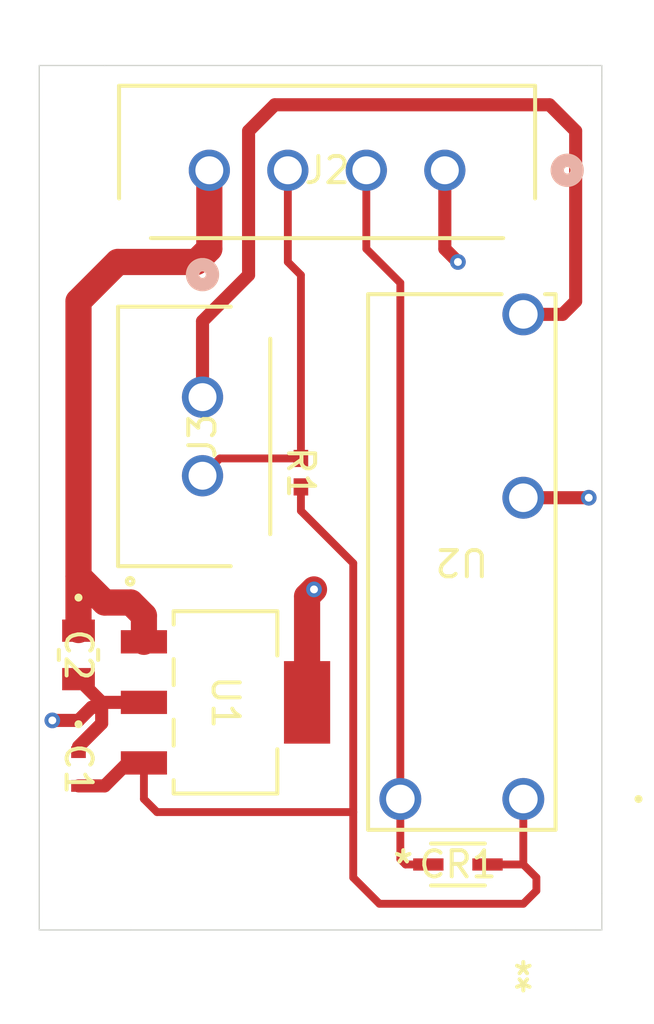
<source format=kicad_pcb>
(kicad_pcb (version 20241229) (generator "pcbnew") (generator_version "9.0")
  (layers (0 "F.Cu" signal) (2 "B.Cu" signal) (13 "F.Paste" user) (15 "B.Paste" user) (5 "F.SilkS" user "F.Silkscreen") (7 "B.SilkS" user "B.Silkscreen") (1 "F.Mask" user) (3 "B.Mask" user) (25 "Edge.Cuts" user))
  (net 0 "")
  (net 1 "GND")
  (net 2 "+5V")
  (net 3 "+12V")
  (net 4 "/FAN_ENABLE")
  (net 5 "/FAN_GND")
  (net 6 "/FAN_PWM")
  (footprint "ul_CRCW040210K0FKED:RES_CRCW_0402" (layer "F.Cu") (at 236.5 54.5433 -90)
    (property "Reference" "R1" (at 0 0 270) (layer "F.SilkS"))
    (property "Value" "CRCW040210K0FKED")
    (pad "1" smd rect (at -0.5433 0 270) (size 0.6548 0.5588) (layers "F.Cu" "F.Mask" "F.Paste") (net 6 "/FAN_PWM"))
    (pad "2" smd rect (at 0.5433 0 270) (size 0.6548 0.5588) (layers "F.Cu" "F.Mask" "F.Paste") (net 2 "+5V"))
  )
  (footprint "ALDP105W:PAN_ALD_PAN" (layer "F.Cu") (at 245 66.999999 180)
    (property "Reference" "U2" (at 2.35 9.0465 180) (layer "F.SilkS"))
    (property "Value" "ALDP105W")
    (fp_line (start 5.9314 19.27) (end 5.9314 -1.177) (stroke (width 0.1524)) (layer "F.SilkS"))
    (fp_line (start 5.9314 -1.177) (end -1.2314 -1.177) (stroke (width 0.1524)) (layer "F.SilkS"))
    (fp_line (start 0.830918 19.27) (end 5.9314 19.27) (stroke (width 0.1524)) (layer "F.SilkS"))
    (fp_line (start -1.2314 19.27) (end -0.830918 19.27) (stroke (width 0.1524)) (layer "F.SilkS"))
    (fp_line (start -1.2314 -1.177) (end -1.2314 19.27) (stroke (width 0.1524)) (layer "F.SilkS"))
    (fp_circle (center -4.401699 0) (end -4.325499 0) (stroke (width 0.1524)) (fill no) (layer "F.SilkS"))
    (fp_text user "*" (at 0 -6.766665 180) (layer "F.SilkS"))
    (fp_text user "*" (at 0 -6.766665 180) (layer "F.SilkS"))
    (pad "1" thru_hole circle (at 0 0 180) (size 1.6002 1.6002) (drill 1.0922) (layers "*.Cu" "*.Mask") (net 2 "+5V"))
    (pad "2" thru_hole circle (at 0 11.5 180) (size 1.6002 1.6002) (drill 1.0922) (layers "*.Cu" "*.Mask") (net 1 "GND"))
    (pad "3" thru_hole circle (at 0 18.499999 180) (size 1.6002 1.6002) (drill 1.0922) (layers "*.Cu" "*.Mask") (net 5 "/FAN_GND"))
    (pad "4" thru_hole circle (at 4.700001 0 180) (size 1.6002 1.6002) (drill 1.0922) (layers "*.Cu" "*.Mask") (net 4 "/FAN_ENABLE"))
  )
  (footprint "CL21B224KAFNNNE:CAP_CL21_SAM" (layer "F.Cu") (at 228 61.5 -90)
    (property "Reference" "C2" (at 0 0 270) (layer "F.SilkS"))
    (property "Value" "CL21B224KAFNNNE")
    (fp_line (start -0.19245 0.752) (end 0.19245 0.752) (stroke (width 0.1524)) (layer "F.SilkS"))
    (fp_line (start 0.19245 -0.752) (end -0.19245 -0.752) (stroke (width 0.1524)) (layer "F.SilkS"))
    (fp_circle (center -2.1882 0) (end -2.112 0) (stroke (width 0.1524)) (fill no) (layer "F.SilkS"))
    (pad "1" smd rect (at -0.925 0 270) (size 0.85 1.25) (layers "F.Cu" "F.Mask" "F.Paste") (net 3 "+12V"))
    (pad "2" smd rect (at 0.925 0 270) (size 0.85 1.25) (layers "F.Cu" "F.Mask" "F.Paste") (net 1 "GND"))
  )
  (footprint "LM7805MPX-NOPB:DCY4_TEX" (layer "F.Cu") (at 233.61785 63.3114 -90)
    (property "Reference" "U1" (at 0 0 270) (layer "F.SilkS"))
    (property "Value" "LM7805MPX/NOPB")
    (fp_line (start -3.4798 1.9812) (end -2.970842 1.9812) (stroke (width 0.1524)) (layer "F.SilkS"))
    (fp_line (start -1.651958 1.9812) (end -0.659442 1.9812) (stroke (width 0.1524)) (layer "F.SilkS"))
    (fp_line (start 0.659442 1.9812) (end 1.651958 1.9812) (stroke (width 0.1524)) (layer "F.SilkS"))
    (fp_line (start 2.970842 1.9812) (end 3.4798 1.9812) (stroke (width 0.1524)) (layer "F.SilkS"))
    (fp_line (start 3.4798 1.9812) (end 3.4798 -1.9812) (stroke (width 0.1524)) (layer "F.SilkS"))
    (fp_line (start -3.4798 -1.9812) (end -3.4798 1.9812) (stroke (width 0.1524)) (layer "F.SilkS"))
    (fp_line (start -1.789742 -1.9812) (end -3.4798 -1.9812) (stroke (width 0.1524)) (layer "F.SilkS"))
    (fp_line (start 3.4798 -1.9812) (end 1.789742 -1.9812) (stroke (width 0.1524)) (layer "F.SilkS"))
    (fp_circle (center -4.6228 3.6449) (end -4.4958 3.6449) (stroke (width 0.1524)) (fill no) (layer "F.SilkS"))
    (pad "1" smd rect (at -2.3114 3.11785 270) (size 0.889 1.7653) (layers "F.Cu" "F.Mask" "F.Paste") (net 3 "+12V"))
    (pad "2" smd rect (at 0 3.11785 270) (size 0.889 1.7653) (layers "F.Cu" "F.Mask" "F.Paste") (net 1 "GND"))
    (pad "3" smd rect (at 2.3114 3.11785 270) (size 0.889 1.7653) (layers "F.Cu" "F.Mask" "F.Paste") (net 2 "+5V"))
    (pad "4" smd rect (at 0 -3.11785 270) (size 3.1496 1.7653) (layers "F.Cu" "F.Mask" "F.Paste") (net 1 "GND"))
  )
  (footprint "436500227:CONN_SD-43650-010_02_MOL" (layer "F.Cu") (at 232.739799 51.660401 90)
    (property "Reference" "J3" (at -1.5 0 90) (layer "F.SilkS"))
    (property "Value" "436500227")
    (fp_line (start 3.453 -3.226999) (end -6.453 -3.226999) (stroke (width 0.1524)) (layer "F.SilkS"))
    (fp_line (start -6.453 -3.226999) (end -6.453 1.076193) (stroke (width 0.1524)) (layer "F.SilkS"))
    (fp_line (start 3.453 1.076193) (end 3.453 -3.226999) (stroke (width 0.1524)) (layer "F.SilkS"))
    (fp_line (start -5.231928 2.589601) (end 2.231929 2.589601) (stroke (width 0.1524)) (layer "F.SilkS"))
    (fp_circle (center 4.676399 0) (end 5.057399 0) (stroke (width 0.508)) (fill no) (layer "F.SilkS"))
    (fp_circle (center 4.676399 0) (end 5.057399 0) (stroke (width 0.508)) (fill no) (layer "B.SilkS"))
    (pad "" np_thru_hole circle (at -5.999998 1.960001 90) (size 1.3208 1.3208) (drill 1.3208) (layers "*.Cu" "*.Mask"))
    (pad "" np_thru_hole circle (at 2.999999 1.960001 90) (size 1.3208 1.3208) (drill 1.3208) (layers "*.Cu" "*.Mask"))
    (pad "1" thru_hole circle (at 0 0 90) (size 1.5748 1.5748) (drill 1.0668) (layers "*.Cu" "*.Mask") (net 5 "/FAN_GND"))
    (pad "2" thru_hole circle (at -2.999999 0 90) (size 1.5748 1.5748) (drill 1.0668) (layers "*.Cu" "*.Mask") (net 6 "/FAN_PWM"))
  )
  (footprint "ul_CGA2B3X7R1E224K050BB:CAP_1005_TDK" (layer "F.Cu") (at 228 65.8551 -90)
    (property "Reference" "C1" (at 0 0 270) (layer "F.SilkS"))
    (property "Value" "CGA2B3X7R1E224K050BB")
    (fp_circle (center -1.7089 0) (end -1.6327 0) (stroke (width 0.1524)) (fill no) (layer "F.SilkS"))
    (pad "1" smd rect (at -0.6449 0 270) (size 0.4516 0.5588) (layers "F.Cu" "F.Mask" "F.Paste") (net 1 "GND"))
    (pad "2" smd rect (at 0.6449 0 270) (size 0.4516 0.5588) (layers "F.Cu" "F.Mask" "F.Paste") (net 2 "+5V"))
  )
  (footprint "436500428:CONN_SD-43650-010_04_MOL" (layer "F.Cu") (at 242 43)
    (property "Reference" "J2" (at -4.499999 0 0) (layer "F.SilkS"))
    (property "Value" "436500428")
    (fp_line (start -12.450199 -3.226999) (end -12.450199 1.074763) (stroke (width 0.1524)) (layer "F.SilkS"))
    (fp_line (start -11.231929 2.589601) (end 2.231932 2.589601) (stroke (width 0.1524)) (layer "F.SilkS"))
    (fp_line (start 3.450201 -3.226999) (end -12.450199 -3.226999) (stroke (width 0.1524)) (layer "F.SilkS"))
    (fp_line (start 3.450201 1.074763) (end 3.450201 -3.226999) (stroke (width 0.1524)) (layer "F.SilkS"))
    (fp_circle (center 4.676402 0) (end 5.057402 0) (stroke (width 0.508)) (fill no) (layer "F.SilkS"))
    (fp_circle (center 4.676402 0) (end 5.057402 0) (stroke (width 0.508)) (fill no) (layer "B.SilkS"))
    (pad "" np_thru_hole circle (at -11.999999 1.960001) (size 1.3208 1.3208) (drill 1.3208) (layers "*.Cu" "*.Mask"))
    (pad "" np_thru_hole circle (at 3.000002 1.960001) (size 1.3208 1.3208) (drill 1.3208) (layers "*.Cu" "*.Mask"))
    (pad "1" thru_hole circle (at 0 0) (size 1.5748 1.5748) (drill 1.0668) (layers "*.Cu" "*.Mask") (net 1 "GND"))
    (pad "2" thru_hole circle (at -2.999999 0) (size 1.5748 1.5748) (drill 1.0668) (layers "*.Cu" "*.Mask") (net 4 "/FAN_ENABLE"))
    (pad "3" thru_hole circle (at -5.999998 0) (size 1.5748 1.5748) (drill 1.0668) (layers "*.Cu" "*.Mask") (net 6 "/FAN_PWM"))
    (pad "4" thru_hole circle (at -8.999997 0) (size 1.5748 1.5748) (drill 1.0668) (layers "*.Cu" "*.Mask") (net 3 "+12V"))
  )
  (footprint "1N4148WX-TP:CR_SOD323_MCC" (layer "F.Cu") (at 242.5 69.499999)
    (property "Reference" "CR1" (at 0 0 0) (layer "F.SilkS"))
    (property "Value" "1N4148WX-TP")
    (fp_line (start -1.0287 0.8001) (end 1.0287 0.8001) (stroke (width 0.1524)) (layer "F.SilkS"))
    (fp_line (start 1.0287 -0.8001) (end -1.0287 -0.8001) (stroke (width 0.1524)) (layer "F.SilkS"))
    (fp_text user "*" (at -2.089899 0 0) (layer "F.SilkS"))
    (fp_text user "*" (at -2.089899 0 0) (layer "F.SilkS"))
    (pad "1" smd rect (at -1.1303 0) (size 1.157199 0.4664) (layers "F.Cu" "F.Mask" "F.Paste") (net 4 "/FAN_ENABLE"))
    (pad "2" smd rect (at 1.1303 0) (size 1.157199 0.4664) (layers "F.Cu" "F.Mask" "F.Paste") (net 2 "+5V"))
  )
  (gr_line (start 248 70.6051) (end 248 72) (stroke (width 0.05)) (layer "Edge.Cuts"))
  (gr_line (start 226.5 39.5) (end 226.5 70.5) (stroke (width 0.05)) (layer "Edge.Cuts"))
  (gr_line (start 247.5 39) (end 248 39) (stroke (width 0.05)) (layer "Edge.Cuts"))
  (gr_line (start 226.5 39) (end 229 39) (stroke (width 0.05)) (layer "Edge.Cuts"))
  (gr_line (start 229 39) (end 246 39) (stroke (width 0.05)) (layer "Edge.Cuts"))
  (gr_line (start 247 72) (end 246 72) (stroke (width 0.05)) (layer "Edge.Cuts"))
  (gr_line (start 226.5 70.5) (end 226.5 72) (stroke (width 0.05)) (layer "Edge.Cuts"))
  (gr_line (start 226.5 39.5) (end 226.5 39) (stroke (width 0.05)) (layer "Edge.Cuts"))
  (gr_line (start 247 72) (end 248 72) (stroke (width 0.05)) (layer "Edge.Cuts"))
  (gr_line (start 247.5 39) (end 246 39) (stroke (width 0.05)) (layer "Edge.Cuts"))
  (gr_line (start 228 72) (end 226.5 72) (stroke (width 0.05)) (layer "Edge.Cuts"))
  (gr_line (start 230 72) (end 246 72) (stroke (width 0.05)) (layer "Edge.Cuts"))
  (gr_line (start 248 39.3949) (end 248 39) (stroke (width 0.05)) (layer "Edge.Cuts"))
  (gr_line (start 228 72) (end 230 72) (stroke (width 0.05)) (layer "Edge.Cuts"))
  (gr_line (start 248 39.3949) (end 248 70.6051) (stroke (width 0.05)) (layer "Edge.Cuts"))
  (segment (start 228.8864 63.5) (end 228.8864 64.1136) (width 0.5) (layer "F.Cu") (net 1))
  (segment (start 228.5 63.5) (end 228 64) (width 0.5) (layer "F.Cu") (net 1))
  (segment (start 242 46) (end 242.5 46.5) (width 0.5) (layer "F.Cu") (net 1))
  (segment (start 228.8864 64.1136) (end 228 65) (width 0.5) (layer "F.Cu") (net 1))
  (segment (start 228.8864 63.5) (end 228.5 63.5) (width 0.5) (layer "F.Cu") (net 1))
  (segment (start 242 43) (end 242 46) (width 0.5) (layer "F.Cu") (net 1))
  (segment (start 230.5 63.3114) (end 228.8864 63.3114) (width 0.5) (layer "F.Cu") (net 1))
  (segment (start 236.7357 63.3114) (end 236.7357 59.2643) (width 1) (layer "F.Cu") (net 1))
  (segment (start 228 64) (end 227 64) (width 0.5) (layer "F.Cu") (net 1))
  (segment (start 245 55.499999) (end 247.5 55.5) (width 0.5) (layer "F.Cu") (net 1))
  (segment (start 236.7357 59.2643) (end 237 59) (width 1) (layer "F.Cu") (net 1))
  (segment (start 228.8864 63.3114) (end 228.8864 63.5) (width 0.5) (layer "F.Cu") (net 1))
  (segment (start 228.8864 63.3114) (end 228 62.425) (width 0.5) (layer "F.Cu") (net 1))
  (via (at 227 64) (size 0.6) (drill 0.3) (layers "F.Cu" "B.Cu") (net 1))
  (via (at 237 59) (size 0.6) (drill 0.3) (layers "F.Cu" "B.Cu") (net 1))
  (via (at 247.5 55.5) (size 0.6) (drill 0.3) (layers "F.Cu" "B.Cu") (net 1))
  (via (at 242.5 46.5) (size 0.6) (drill 0.3) (layers "F.Cu" "B.Cu") (net 1))
  (segment (start 236.5 56) (end 236.5 55.0866) (width 0.3) (layer "F.Cu") (net 2))
  (segment (start 245 69.5) (end 245.5 70) (width 0.3) (layer "F.Cu") (net 2))
  (segment (start 230.5 67) (end 231 67.5) (width 0.3) (layer "F.Cu") (net 2))
  (segment (start 238.5 67.5) (end 238.5 58) (width 0.3) (layer "F.Cu") (net 2))
  (segment (start 239.5 71) (end 245 71) (width 0.3) (layer "F.Cu") (net 2))
  (segment (start 245 66.999999) (end 245 69.5) (width 0.3) (layer "F.Cu") (net 2))
  (segment (start 238.5 58) (end 236.5 56) (width 0.3) (layer "F.Cu") (net 2))
  (segment (start 230.5 65.6228) (end 230.5 67) (width 0.3) (layer "F.Cu") (net 2))
  (segment (start 245 71) (end 245.5 70.5) (width 0.3) (layer "F.Cu") (net 2))
  (segment (start 245.5 70) (end 245.5 70.5) (width 0.3) (layer "F.Cu") (net 2))
  (segment (start 229.8772 65.6228) (end 229 66.5) (width 0.5) (layer "F.Cu") (net 2))
  (segment (start 228 66.5) (end 229 66.5) (width 0.5) (layer "F.Cu") (net 2))
  (segment (start 231 67.5) (end 238.5 67.5) (width 0.3) (layer "F.Cu") (net 2))
  (segment (start 230.5 65.6228) (end 229.8772 65.6228) (width 0.5) (layer "F.Cu") (net 2))
  (segment (start 238.5 70) (end 238.5 67.5) (width 0.3) (layer "F.Cu") (net 2))
  (segment (start 238.5 70) (end 239.5 71) (width 0.3) (layer "F.Cu") (net 2))
  (segment (start 243.6303 69.499999) (end 245 69.5) (width 0.3) (layer "F.Cu") (net 2))
  (segment (start 228 48) (end 228 58.5) (width 1) (layer "F.Cu") (net 3))
  (segment (start 232.5 46.5) (end 229.5 46.5) (width 1) (layer "F.Cu") (net 3))
  (segment (start 229 59.5) (end 230 59.5) (width 1) (layer "F.Cu") (net 3))
  (segment (start 233.000003 43) (end 233.000003 45.999997) (width 1) (layer "F.Cu") (net 3))
  (segment (start 233.000003 45.999997) (end 232.5 46.5) (width 1) (layer "F.Cu") (net 3))
  (segment (start 230.5 60) (end 230.5 61) (width 1) (layer "F.Cu") (net 3))
  (segment (start 228 58.5) (end 228 60.5498) (width 1) (layer "F.Cu") (net 3))
  (segment (start 230 59.5) (end 230.5 60) (width 1) (layer "F.Cu") (net 3))
  (segment (start 229.5 46.5) (end 228 48) (width 1) (layer "F.Cu") (net 3))
  (segment (start 228 58.5) (end 229 59.5) (width 1) (layer "F.Cu") (net 3))
  (segment (start 240.299999 47.299999) (end 240.299999 66.999999) (width 0.3) (layer "F.Cu") (net 4))
  (segment (start 240.299999 69.299999) (end 240.5 69.5) (width 0.3) (layer "F.Cu") (net 4))
  (segment (start 240.500001 69.499999) (end 241.3697 69.499999) (width 0.3) (layer "F.Cu") (net 4))
  (segment (start 239.000001 46.000001) (end 240.299999 47.299999) (width 0.3) (layer "F.Cu") (net 4))
  (segment (start 240.299999 66.999999) (end 240.299999 69.299999) (width 0.3) (layer "F.Cu") (net 4))
  (segment (start 239.000001 43) (end 239.000001 46.000001) (width 0.3) (layer "F.Cu") (net 4))
  (segment (start 240.5 69.5) (end 240.500001 69.499999) (width 0.3) (layer "F.Cu") (net 4))
  (segment (start 247 41.5) (end 246 40.5) (width 0.5) (layer "F.Cu") (net 5))
  (segment (start 234.5 41.5) (end 234.5 47) (width 0.5) (layer "F.Cu") (net 5))
  (segment (start 246.5 48.5) (end 247 48) (width 0.5) (layer "F.Cu") (net 5))
  (segment (start 234.5 47) (end 232.739799 48.760201) (width 0.5) (layer "F.Cu") (net 5))
  (segment (start 247 48) (end 247 41.5) (width 0.5) (layer "F.Cu") (net 5))
  (segment (start 235.5 40.5) (end 234.5 41.5) (width 0.5) (layer "F.Cu") (net 5))
  (segment (start 232.739799 48.760201) (end 232.739799 51.660401) (width 0.5) (layer "F.Cu") (net 5))
  (segment (start 245 48.5) (end 246.5 48.5) (width 0.5) (layer "F.Cu") (net 5))
  (segment (start 246 40.5) (end 235.5 40.5) (width 0.5) (layer "F.Cu") (net 5))
  (segment (start 233.400199 54) (end 236.5 54) (width 0.3) (layer "F.Cu") (net 6))
  (segment (start 236.5 47) (end 236.5 54) (width 0.3) (layer "F.Cu") (net 6))
  (segment (start 236.000002 46.500002) (end 236.5 47) (width 0.3) (layer "F.Cu") (net 6))
  (segment (start 236.000002 43) (end 236.000002 46.500002) (width 0.3) (layer "F.Cu") (net 6))
  (segment (start 232.739799 54.6604) (end 233.400199 54) (width 0.3) (layer "F.Cu") (net 6))
)
</source>
